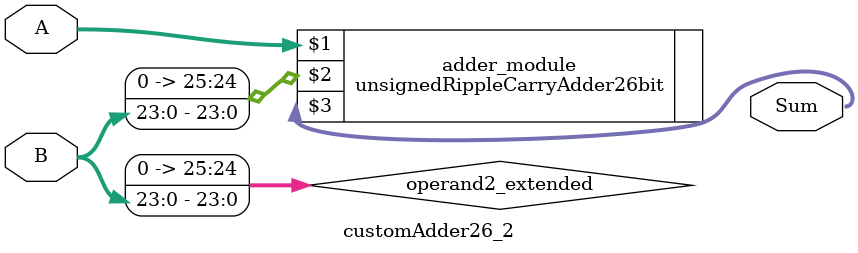
<source format=v>

module customAdder26_2(
                    input [25 : 0] A,
                    input [23 : 0] B,
                    
                    output [26 : 0] Sum
            );

    wire [25 : 0] operand2_extended;
    
    assign operand2_extended =  {2'b0, B};
    
    unsignedRippleCarryAdder26bit adder_module(
        A,
        operand2_extended,
        Sum
    );
    
endmodule
        
</source>
